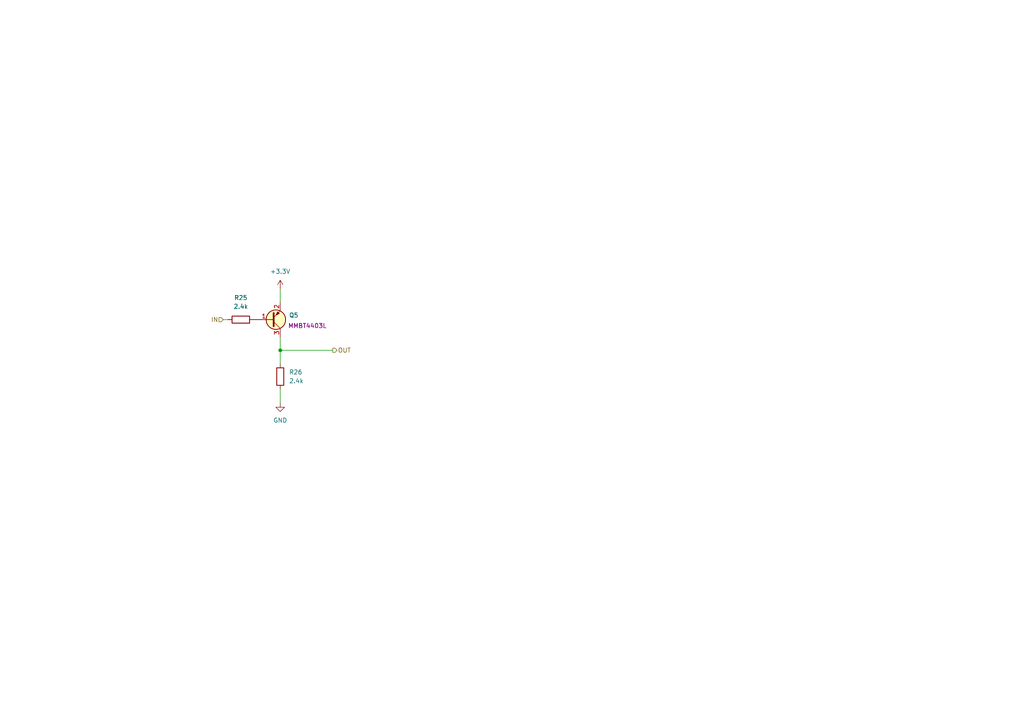
<source format=kicad_sch>
(kicad_sch (version 20250114) (generator "eeschema") (generator_version "9.0")
  (paper "A4")
  (lib_symbols
    (symbol "Resistor_AKL:R_0603" (pin_numbers (hide yes)) (pin_names (offset 0))
      (property "Reference" "R" (at 2.54 1.27 0))
      (property "Value" "R_0603" (at 2.54 -1.27 0))
      (symbol "R_0603_0_1"
        (rectangle (start -1.016 2.54) (end 1.016 -2.54) (stroke (width 0.254)))
      )
      (symbol "R_0603_0_2"
        (polyline (pts (xy -2.54 -2.54) (xy -1.524 -1.524)))
        (polyline (pts (xy 1.524 1.524) (xy 2.54 2.54)))
        (polyline (pts (xy 1.524 1.524) (xy 0.889 2.159) (xy -2.159 -0.889) (xy -0.889 -2.159) (xy 2.159 0.889) (xy 1.524 1.524)) (stroke (width 0.254)))
      )
      (symbol "R_0603_1_1"
        (pin passive line (at 0 3.81 270) (length 1.27) (name "~") (number "1"))
        (pin passive line (at 0 -3.81 90) (length 1.27) (name "~") (number "2"))
      )
      (symbol "R_0603_1_2"
        (pin passive line (at -2.54 -2.54 0) (length 0) (name "") (number "2"))
        (pin passive line (at 2.54 2.54 180) (length 0) (name "") (number "1"))
      )
    )
    (symbol "Transistor_BJT_AKL:2SA2018" (pin_names (hide yes))
      (property "Reference" "Q" (at 5.08 1.27 0))
      (property "Value" "2SA2018" (at 5.08 -1.27 0))
      (symbol "2SA2018_0_1"
        (polyline (pts (xy 0.635 0.635) (xy 2.54 2.54) (xy 2.54 2.54)))
        (polyline (pts (xy 0.635 -0.635) (xy 2.54 -2.54)))
        (polyline (pts (xy 0.635 -1.905) (xy 0.635 1.905) (xy 0.635 1.905)) (stroke (width 0.508)))
        (circle (center 1.27 0) (radius 2.8194) (stroke (width 0.254)) (fill (type background)))
        (polyline (pts (xy 2.286 1.778) (xy 1.778 2.286) (xy 1.27 1.27) (xy 2.286 1.778) (xy 2.286 1.778)) (fill (type outline)))
      )
      (symbol "2SA2018_1_1"
        (pin input line (at -5.08 0 0) (length 5.715) (name "B") (number "1"))
        (pin passive line (at 2.54 5.08 270) (length 2.54) (name "E") (number "2"))
        (pin passive line (at 2.54 -5.08 90) (length 2.54) (name "C") (number "3"))
      )
    )
    (symbol "power:+3.3V" (power) (pin_numbers (hide yes)) (pin_names (offset 0) (hide yes))
      (property "Value" "+3.3V" (at 0 3.556 0))
      (symbol "+3.3V_0_1"
        (polyline (pts (xy -0.762 1.27) (xy 0 2.54)))
        (polyline (pts (xy 0 2.54) (xy 0.762 1.27)))
        (polyline (pts (xy 0 0) (xy 0 2.54)))
      )
      (symbol "+3.3V_1_1"
        (pin power_in line (at 0 0 90) (length 0) (name "~") (number "1"))
      )
    )
    (symbol "power:GND" (power) (pin_numbers (hide yes)) (pin_names (offset 0) (hide yes))
      (property "Value" "GND" (at 0 -3.81 0))
      (symbol "GND_0_1"
        (polyline (pts (xy 0 0) (xy 0 -1.27) (xy 1.27 -1.27) (xy 0 -2.54) (xy -1.27 -1.27) (xy 0 -1.27)))
      )
      (symbol "GND_1_1"
        (pin power_in line (at 0 0 270) (length 0) (name "~") (number "1"))
      )
    )
  )
  (junction (at 81.28 101.6))
  (wire (pts (xy 81.28 101.6) (xy 81.28 105.41)))
  (wire (pts (xy 81.28 83.82) (xy 81.28 87.63)))
  (wire (pts (xy 64.77 92.71) (xy 66.04 92.71)))
  (wire (pts (xy 81.28 97.79) (xy 81.28 101.6)))
  (wire (pts (xy 81.28 101.6) (xy 96.52 101.6)))
  (wire (pts (xy 81.28 113.03) (xy 81.28 116.84)))
  (hierarchical_label "OUT" (shape output) (at 96.52 101.6 0))
  (hierarchical_label "IN" (shape input) (at 64.77 92.71 180))
  (symbol (lib_id "power:+3.3V") (at 81.28 83.82 0) (unit 1)
    (property "Reference" "#PWR041" (effects (hide yes)))
    (property "Value" "+3.3V" (at 81.28 78.74 0))
    (property "Description" "Power symbol creates a global label with name \"+3.3V\"" (effects (hide yes)))
  )
  (symbol (lib_id "Transistor_BJT_AKL:2SA2018") (at 78.74 92.71 0) (unit 1)
    (property "Reference" "Q5" (at 83.82 91.4399 0) (effects (justify left)))
    (property "Value" "2SA2018" (effects (hide yes)))
    (property "Footprint" "Package_TO_SOT_SMD_AKL:SOT-416" (effects (hide yes)))
    (property "Datasheet" "https://www.tme.eu/Document/8bbe87b96a6ee2683f1239fbf67f0559/2sa2018tl-e.pdf" (effects (hide yes)))
    (property "Description" "PNP SOT-416 transistor, 12V, 500mA, 150mW, Alternate KiCAD Library" (effects (hide yes)))
    (property "Part number" "MMBT4403L" (at 89.154 94.488 0))
  )
  (symbol (lib_id "power:GND") (at 81.28 116.84 0) (unit 1)
    (property "Reference" "#PWR042" (effects (hide yes)))
    (property "Value" "GND" (at 81.28 121.92 0))
    (property "Description" "Power symbol creates a global label with name \"GND\" , ground" (effects (hide yes)))
  )
  (symbol (lib_id "Resistor_AKL:R_0603") (at 69.85 92.71 90) (unit 1)
    (property "Reference" "R25" (at 69.85 86.36 90))
    (property "Value" "2.4k" (at 69.85 88.9 90))
    (property "Footprint" "Resistor_SMD_AKL:R_0603_1608Metric" (effects (hide yes)))
    (property "Description" "SMD 0603 Chip Resistor, European Symbol, Alternate KiCad Library" (effects (hide yes)))
  )
  (symbol (lib_id "Resistor_AKL:R_0603") (at 81.28 109.22 180) (unit 1)
    (property "Reference" "R26" (at 83.82 107.9499 0) (effects (justify right)))
    (property "Value" "2.4k" (at 83.82 110.4899 0) (effects (justify right)))
    (property "Footprint" "Resistor_SMD_AKL:R_0603_1608Metric" (effects (hide yes)))
    (property "Description" "SMD 0603 Chip Resistor, European Symbol, Alternate KiCad Library" (effects (hide yes)))
  )
)
</source>
